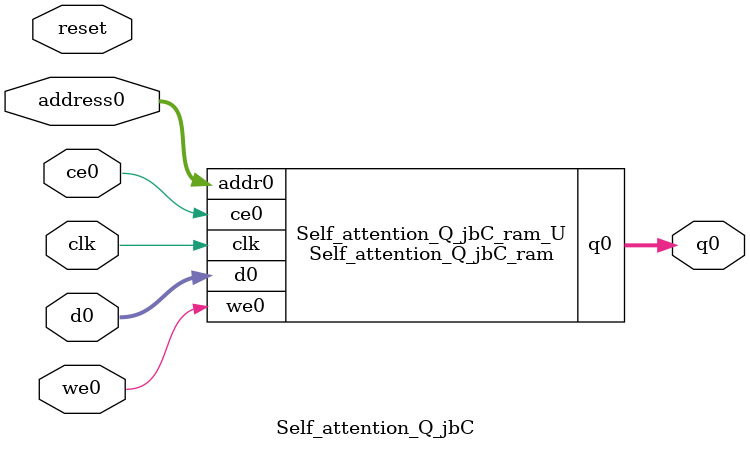
<source format=v>
`timescale 1 ns / 1 ps
module Self_attention_Q_jbC_ram (addr0, ce0, d0, we0, q0,  clk);

parameter DWIDTH = 32;
parameter AWIDTH = 8;
parameter MEM_SIZE = 192;

input[AWIDTH-1:0] addr0;
input ce0;
input[DWIDTH-1:0] d0;
input we0;
output reg[DWIDTH-1:0] q0;
input clk;

(* ram_style = "block" *)reg [DWIDTH-1:0] ram[0:MEM_SIZE-1];




always @(posedge clk)  
begin 
    if (ce0) begin
        if (we0) 
            ram[addr0] <= d0; 
        q0 <= ram[addr0];
    end
end


endmodule

`timescale 1 ns / 1 ps
module Self_attention_Q_jbC(
    reset,
    clk,
    address0,
    ce0,
    we0,
    d0,
    q0);

parameter DataWidth = 32'd32;
parameter AddressRange = 32'd192;
parameter AddressWidth = 32'd8;
input reset;
input clk;
input[AddressWidth - 1:0] address0;
input ce0;
input we0;
input[DataWidth - 1:0] d0;
output[DataWidth - 1:0] q0;



Self_attention_Q_jbC_ram Self_attention_Q_jbC_ram_U(
    .clk( clk ),
    .addr0( address0 ),
    .ce0( ce0 ),
    .we0( we0 ),
    .d0( d0 ),
    .q0( q0 ));

endmodule


</source>
